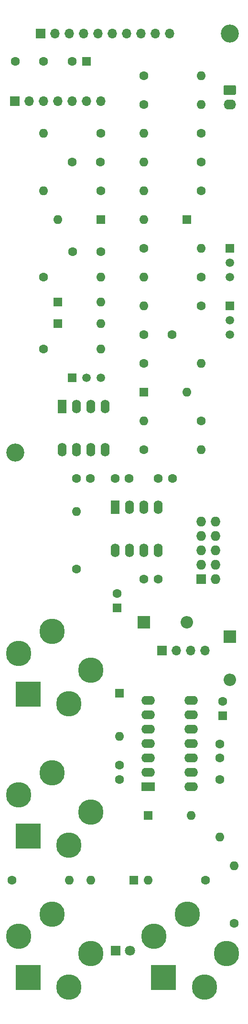
<source format=gbr>
%TF.GenerationSoftware,KiCad,Pcbnew,5.1.10-88a1d61d58~90~ubuntu20.04.1*%
%TF.CreationDate,2021-08-07T13:40:27-04:00*%
%TF.ProjectId,precadsr,70726563-6164-4737-922e-6b696361645f,rev?*%
%TF.SameCoordinates,Original*%
%TF.FileFunction,Soldermask,Bot*%
%TF.FilePolarity,Negative*%
%FSLAX46Y46*%
G04 Gerber Fmt 4.6, Leading zero omitted, Abs format (unit mm)*
G04 Created by KiCad (PCBNEW 5.1.10-88a1d61d58~90~ubuntu20.04.1) date 2021-08-07 13:40:27*
%MOMM*%
%LPD*%
G01*
G04 APERTURE LIST*
%ADD10C,1.600000*%
%ADD11R,1.500000X1.500000*%
%ADD12C,1.500000*%
%ADD13O,1.600000X1.600000*%
%ADD14C,4.500001*%
%ADD15C,4.500000*%
%ADD16R,4.500001X4.500001*%
%ADD17C,3.200000*%
%ADD18O,1.600000X2.400000*%
%ADD19R,1.600000X2.400000*%
%ADD20O,2.200000X1.740000*%
%ADD21R,1.600000X1.600000*%
%ADD22O,1.700000X1.700000*%
%ADD23R,1.700000X1.700000*%
%ADD24C,1.800000*%
%ADD25R,1.800000X1.800000*%
%ADD26O,2.200000X2.200000*%
%ADD27R,2.200000X2.200000*%
%ADD28O,1.727200X1.727200*%
%ADD29R,1.727200X1.727200*%
%ADD30O,2.400000X1.600000*%
%ADD31R,2.400000X1.600000*%
G04 APERTURE END LIST*
D10*
%TO.C,C13*%
X99140000Y-61595000D03*
X104140000Y-61595000D03*
%TD*%
D11*
%TO.C,Q1*%
X99060000Y-83820000D03*
D12*
X104140000Y-83820000D03*
X101600000Y-83820000D03*
%TD*%
D10*
%TO.C,R1*%
X93980000Y-78740000D03*
D13*
X104140000Y-78740000D03*
%TD*%
D14*
%TO.C,J4*%
X98500000Y-191400000D03*
D15*
X89600000Y-182500000D03*
D14*
X102400000Y-185500000D03*
D16*
X91260000Y-189740000D03*
D15*
X95500000Y-178600000D03*
%TD*%
D17*
%TO.C,H3*%
X89000000Y-97000000D03*
%TD*%
D18*
%TO.C,U1*%
X97280000Y-96520000D03*
X104900000Y-88900000D03*
X99820000Y-96520000D03*
X102360000Y-88900000D03*
X102360000Y-96520000D03*
X99820000Y-88900000D03*
X104900000Y-96520000D03*
D19*
X97280000Y-88900000D03*
%TD*%
D20*
%TO.C,J7*%
X127000000Y-35560000D03*
G36*
G01*
X126149999Y-32150000D02*
X127850001Y-32150000D01*
G75*
G02*
X128100000Y-32399999I0J-249999D01*
G01*
X128100000Y-33640001D01*
G75*
G02*
X127850001Y-33890000I-249999J0D01*
G01*
X126149999Y-33890000D01*
G75*
G02*
X125900000Y-33640001I0J249999D01*
G01*
X125900000Y-32399999D01*
G75*
G02*
X126149999Y-32150000I249999J0D01*
G01*
G37*
%TD*%
D17*
%TO.C,H1*%
X127000000Y-23000000D03*
%TD*%
D13*
%TO.C,D7*%
X119380000Y-86360000D03*
D21*
X111760000Y-86360000D03*
%TD*%
D10*
%TO.C,C6*%
X125220000Y-148470000D03*
X125220000Y-150970000D03*
%TD*%
%TO.C,R7*%
X121920000Y-50800000D03*
D13*
X111760000Y-50800000D03*
%TD*%
D22*
%TO.C,J9*%
X122620000Y-132000000D03*
X120080000Y-132000000D03*
X117540000Y-132000000D03*
D23*
X115000000Y-132000000D03*
%TD*%
D10*
%TO.C,R19*%
X104140000Y-50800000D03*
D13*
X93980000Y-50800000D03*
%TD*%
D10*
%TO.C,C4*%
X125730000Y-141010000D03*
D21*
X125730000Y-143510000D03*
%TD*%
D10*
%TO.C,R16*%
X104140000Y-40640000D03*
D13*
X93980000Y-40640000D03*
%TD*%
%TO.C,D3*%
X111760000Y-55880000D03*
D21*
X119380000Y-55880000D03*
%TD*%
D10*
%TO.C,C7*%
X116760000Y-76200000D03*
X111760000Y-76200000D03*
%TD*%
D11*
%TO.C,Q2*%
X127000000Y-60960000D03*
D12*
X127000000Y-66040000D03*
X127000000Y-63500000D03*
%TD*%
D10*
%TO.C,R17*%
X121920000Y-91440000D03*
D13*
X111760000Y-91440000D03*
%TD*%
D22*
%TO.C,J6*%
X104140000Y-35000000D03*
X101600000Y-35000000D03*
X99060000Y-35000000D03*
X96520000Y-35000000D03*
X93980000Y-35000000D03*
X91440000Y-35000000D03*
D23*
X88900000Y-35000000D03*
%TD*%
D22*
%TO.C,J8*%
X116320000Y-23000000D03*
X113780000Y-23000000D03*
X111240000Y-23000000D03*
X108700000Y-23000000D03*
X106160000Y-23000000D03*
X103620000Y-23000000D03*
X101080000Y-23000000D03*
X98540000Y-23000000D03*
X96000000Y-23000000D03*
D23*
X93460000Y-23000000D03*
%TD*%
D10*
%TO.C,R10*%
X121920000Y-71120000D03*
D13*
X111760000Y-71120000D03*
%TD*%
D10*
%TO.C,R20*%
X93980000Y-66040000D03*
D13*
X104140000Y-66040000D03*
%TD*%
D10*
%TO.C,C9*%
X114340000Y-101600000D03*
X116840000Y-101600000D03*
%TD*%
D19*
%TO.C,U3*%
X106680000Y-106680000D03*
D18*
X114300000Y-114300000D03*
X109220000Y-106680000D03*
X111760000Y-114300000D03*
X111760000Y-106680000D03*
X109220000Y-114300000D03*
X114300000Y-106680000D03*
X106680000Y-114300000D03*
%TD*%
D10*
%TO.C,C12*%
X104060000Y-45720000D03*
X99060000Y-45720000D03*
%TD*%
D13*
%TO.C,D9*%
X96520000Y-55880000D03*
D21*
X104140000Y-55880000D03*
%TD*%
D13*
%TO.C,D8*%
X102360000Y-172560000D03*
D21*
X109980000Y-172560000D03*
%TD*%
D10*
%TO.C,R11*%
X111760000Y-81280000D03*
D13*
X121920000Y-81280000D03*
%TD*%
D10*
%TO.C,C8*%
X114300000Y-119380000D03*
X111800000Y-119380000D03*
%TD*%
%TO.C,C3*%
X107061000Y-121960000D03*
D21*
X107061000Y-124460000D03*
%TD*%
D10*
%TO.C,C11*%
X99100000Y-27940000D03*
D21*
X101600000Y-27940000D03*
%TD*%
D13*
%TO.C,D10*%
X104140000Y-70485000D03*
D21*
X96520000Y-70485000D03*
%TD*%
D10*
%TO.C,R18*%
X111760000Y-96520000D03*
D13*
X121920000Y-96520000D03*
%TD*%
D10*
%TO.C,C2*%
X102322000Y-101600000D03*
X99822000Y-101600000D03*
%TD*%
D13*
%TO.C,D4*%
X104140000Y-74295000D03*
D21*
X96520000Y-74295000D03*
%TD*%
D24*
%TO.C,L1*%
X109340000Y-185000000D03*
D25*
X106800000Y-185000000D03*
%TD*%
D14*
%TO.C,J2*%
X98500000Y-141400000D03*
D15*
X89600000Y-132500000D03*
D14*
X102400000Y-135500000D03*
D16*
X91260000Y-139740000D03*
D15*
X95500000Y-128600000D03*
%TD*%
D10*
%TO.C,R15*%
X127760000Y-180180000D03*
D13*
X127760000Y-170020000D03*
%TD*%
D10*
%TO.C,R5*%
X111760000Y-35560000D03*
D13*
X121920000Y-35560000D03*
%TD*%
D14*
%TO.C,J5*%
X122500000Y-191400000D03*
D15*
X113600000Y-182500000D03*
D14*
X126400000Y-185500000D03*
D16*
X115260000Y-189740000D03*
D15*
X119500000Y-178600000D03*
%TD*%
D10*
%TO.C,C1*%
X109180000Y-101600000D03*
X106680000Y-101600000D03*
%TD*%
D14*
%TO.C,J3*%
X98500000Y-166400000D03*
D15*
X89600000Y-157500000D03*
D14*
X102400000Y-160500000D03*
D16*
X91260000Y-164740000D03*
D15*
X95500000Y-153600000D03*
%TD*%
D10*
%TO.C,R12*%
X125220000Y-154780000D03*
D13*
X125220000Y-164940000D03*
%TD*%
D10*
%TO.C,R4*%
X99820000Y-117602000D03*
D13*
X99820000Y-107442000D03*
%TD*%
D10*
%TO.C,R6*%
X121920000Y-40640000D03*
D13*
X111760000Y-40640000D03*
%TD*%
D10*
%TO.C,C10*%
X93980000Y-27940000D03*
X88980000Y-27940000D03*
%TD*%
%TO.C,R14*%
X88390000Y-172560000D03*
D13*
X98550000Y-172560000D03*
%TD*%
D10*
%TO.C,R2*%
X111760000Y-30480000D03*
D13*
X121920000Y-30480000D03*
%TD*%
D26*
%TO.C,D1*%
X119380000Y-127000000D03*
D27*
X111760000Y-127000000D03*
%TD*%
D10*
%TO.C,R13*%
X122680000Y-172560000D03*
D13*
X112520000Y-172560000D03*
%TD*%
D11*
%TO.C,Q3*%
X127000000Y-71120000D03*
D12*
X127000000Y-76200000D03*
X127000000Y-73660000D03*
%TD*%
D13*
%TO.C,D5*%
X107440000Y-147160000D03*
D21*
X107440000Y-139540000D03*
%TD*%
D10*
%TO.C,R9*%
X111760000Y-60960000D03*
D13*
X121920000Y-60960000D03*
%TD*%
D10*
%TO.C,R8*%
X121920000Y-66040000D03*
D13*
X111760000Y-66040000D03*
%TD*%
D28*
%TO.C,J1*%
X124460000Y-109220000D03*
X121920000Y-109220000D03*
X124460000Y-111760000D03*
X121920000Y-111760000D03*
X124460000Y-114300000D03*
X121920000Y-114300000D03*
X124460000Y-116840000D03*
X121920000Y-116840000D03*
X124460000Y-119380000D03*
D29*
X121920000Y-119380000D03*
%TD*%
D26*
%TO.C,D2*%
X127000000Y-137160000D03*
D27*
X127000000Y-129540000D03*
%TD*%
D13*
%TO.C,D6*%
X120140000Y-161130000D03*
D21*
X112520000Y-161130000D03*
%TD*%
D10*
%TO.C,R3*%
X121920000Y-45720000D03*
D13*
X111760000Y-45720000D03*
%TD*%
D10*
%TO.C,C5*%
X107440000Y-154740000D03*
X107440000Y-152240000D03*
%TD*%
D30*
%TO.C,U2*%
X120140000Y-156050000D03*
X112520000Y-140810000D03*
X120140000Y-153510000D03*
X112520000Y-143350000D03*
X120140000Y-150970000D03*
X112520000Y-145890000D03*
X120140000Y-148430000D03*
X112520000Y-148430000D03*
X120140000Y-145890000D03*
X112520000Y-150970000D03*
X120140000Y-143350000D03*
X112520000Y-153510000D03*
X120140000Y-140810000D03*
D31*
X112520000Y-156050000D03*
%TD*%
M02*

</source>
